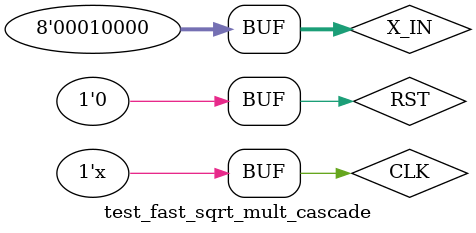
<source format=v>
`timescale 1ns/1ps

module test_fast_sqrt_mult_cascade;

parameter CLK_PERIOD = 10;

	
reg           CLK, RST;
reg   [7:0]  X_IN; 
wire  [4:0]  SQRT_OUT;



fast_sqrt_mult_cascade test(.CLK(CLK), .RST(RST), . X_IN(X_IN), . SQRT_OUT(SQRT_OUT));



initial 
begin
CLK <= 1'b0;
RST <= 1'b1;
#20 RST <= 1'b0;
end

initial 
begin


end


always
#(CLK_PERIOD/2) CLK = ~CLK;

initial
begin

#15 X_IN <= 8'd121; 
#10 X_IN <= 8'd49;
#10 X_IN <= 8'd48;
#10 X_IN <= 8'd16;
end




initial 

$monitor ($time, "clk=%b", CLK, " SQRT_OUT = %h", SQRT_OUT);
endmodule



</source>
